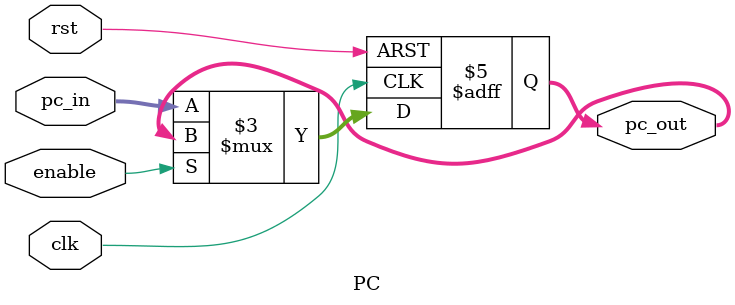
<source format=v>
module PC (clk,rst,enable,pc_in,pc_out);
    parameter DATA_WIDTH = 32;
    input clk , rst , enable;
    input [DATA_WIDTH-1:0] pc_in ;
    output reg [DATA_WIDTH-1:0] pc_out;

    always @(posedge clk , posedge rst) begin  // Asynchronous active high reset
        if (rst) begin
            pc_out <= 0;
        end
        else if (enable == 0) begin
            pc_out <= pc_in;
        end
    end
endmodule
</source>
